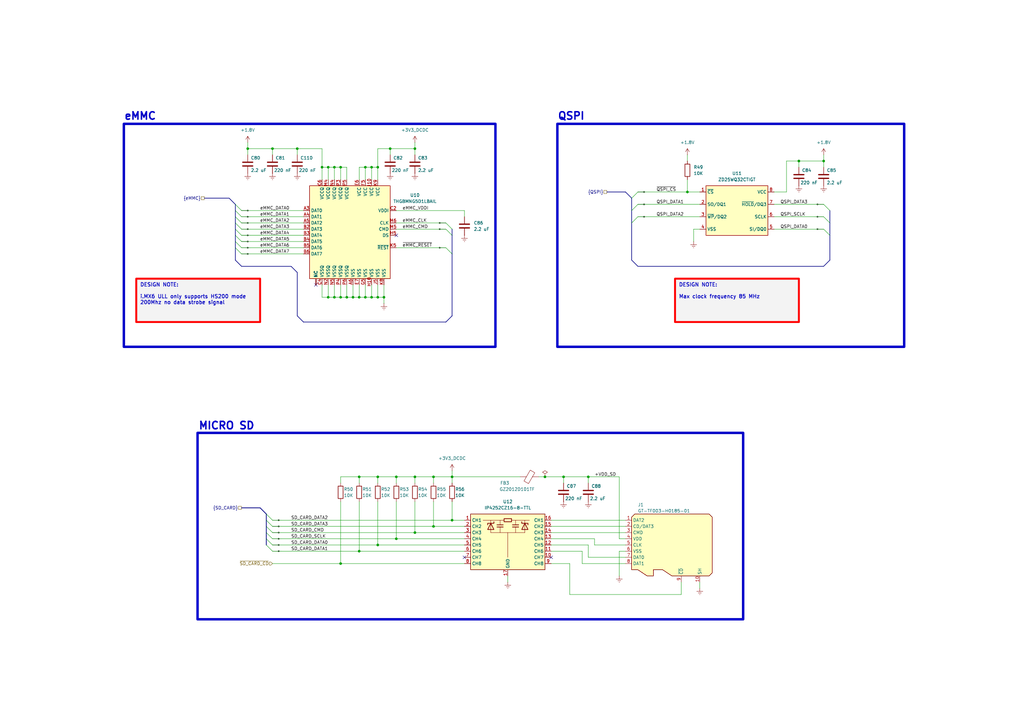
<source format=kicad_sch>
(kicad_sch (version 20250114) (generator "eeschema") (generator_version "9.0")
  (paper "A3")
  (title_block (title "i.MX6 Demo Board") (date "2026-02-16") (rev "01") (company "ts-manuel"))
  (rectangle (start 50.8 50.8) (end 203.2 142.24) (stroke (width 1)))
  (rectangle (start 228.6 50.8) (end 370.84 142.24) (stroke (width 1)))
  (rectangle (start 81.026 177.546) (end 304.8 254) (stroke (width 1)))
  (text "QSPI" (at 228.6 49.53 0) (effects (font (size 3.048 3.048) (bold yes)) (justify left bottom)))
  (text "eMMC" (at 50.8 49.53 0) (effects (font (size 3.048 3.048) (bold yes)) (justify left bottom)))
  (text "MICRO SD" (at 81.28 176.53 0) (effects (font (size 3.048 3.048) (bold yes)) (justify left bottom)))
  (text_box "DESIGN NOTE: \n\ni.MX6 ULL only supports HS200 mode\n200Mhz no data strobe signal" (at 55.88 114.3 0) (size 50.8 17.78) (margins 1.525 1.525 1.525 1.525) (stroke (width 0.8) (color 255 0 0 1)) (fill (type color) (color 243 243 243 1)) (effects (font (size 1.5 1.5) (thickness 0.254) (bold yes)) (justify left top)))
  (text_box "DESIGN NOTE: \n\nMax clock frequency 85 MHz" (at 276.86 114.3 0) (size 50.8 17.78) (margins 1.525 1.525 1.525 1.525) (stroke (width 0.8) (color 255 0 0 1)) (fill (type color) (color 243 243 243 1)) (effects (font (size 1.5 1.5) (thickness 0.254) (bold yes)) (justify left top)))
  (junction (at 154.94 223.52))
  (junction (at 170.18 195.58))
  (junction (at 281.94 78.74))
  (junction (at 223.52 195.58))
  (junction (at 337.82 66.04))
  (junction (at 111.76 60.96))
  (junction (at 185.42 213.36))
  (junction (at 121.92 60.96))
  (junction (at 134.62 121.92))
  (junction (at 152.4 68.58))
  (junction (at 177.8 195.58))
  (junction (at 157.48 121.92))
  (junction (at 142.24 121.92))
  (junction (at 147.32 195.58))
  (junction (at 139.7 121.92))
  (junction (at 154.94 68.58))
  (junction (at 170.18 218.44))
  (junction (at 162.56 220.98))
  (junction (at 147.32 226.06))
  (junction (at 170.18 60.96))
  (junction (at 160.02 60.96))
  (junction (at 144.78 121.92))
  (junction (at 154.94 121.92))
  (junction (at 149.86 121.92))
  (junction (at 152.4 121.92))
  (junction (at 149.86 68.58))
  (junction (at 139.7 231.14))
  (junction (at 139.7 68.58))
  (junction (at 137.16 68.58))
  (junction (at 132.08 68.58))
  (junction (at 137.16 121.92))
  (junction (at 134.62 68.58))
  (junction (at 327.66 66.04))
  (junction (at 101.6 60.96))
  (junction (at 162.56 195.58))
  (junction (at 241.3 195.58))
  (junction (at 177.8 215.9))
  (junction (at 154.94 195.58))
  (junction (at 147.32 121.92))
  (junction (at 231.14 195.58))
  (junction (at 185.42 195.58))
  (no_connect (at 226.06 228.6))
  (no_connect (at 190.5 228.6))
  (no_connect (at 162.56 96.52))
  (no_connect (at 129.54 116.84))
  (bus_entry (at 96.52 93.98) (size 2.54 2.54))
  (bus_entry (at 109.22 223.52) (size 2.54 2.54))
  (bus_entry (at 337.82 93.98) (size 2.54 2.54))
  (bus_entry (at 96.52 99.06) (size 2.54 2.54))
  (bus_entry (at 259.08 81.28) (size 2.54 -2.54))
  (bus_entry (at 109.22 210.82) (size 2.54 2.54))
  (bus_entry (at 337.82 83.82) (size 2.54 2.54))
  (bus_entry (at 182.88 91.44) (size 2.54 2.54))
  (bus_entry (at 337.82 88.9) (size 2.54 2.54))
  (bus_entry (at 96.52 101.6) (size 2.54 2.54))
  (bus_entry (at 259.08 91.44) (size 2.54 -2.54))
  (bus_entry (at 96.52 86.36) (size 2.54 2.54))
  (bus_entry (at 109.22 213.36) (size 2.54 2.54))
  (bus_entry (at 96.52 96.52) (size 2.54 2.54))
  (bus_entry (at 109.22 218.44) (size 2.54 2.54))
  (bus_entry (at 182.88 93.98) (size 2.54 2.54))
  (bus_entry (at 96.52 83.82) (size 2.54 2.54))
  (bus_entry (at 259.08 86.36) (size 2.54 -2.54))
  (bus_entry (at 182.88 101.6) (size 2.54 2.54))
  (bus_entry (at 96.52 91.44) (size 2.54 2.54))
  (bus_entry (at 109.22 215.9) (size 2.54 2.54))
  (bus_entry (at 96.52 88.9) (size 2.54 2.54))
  (bus_entry (at 109.22 220.98) (size 2.54 2.54))
  (wire (pts (xy 142.24 73.66) (xy 142.24 68.58)))
  (wire (pts (xy 154.94 198.12) (xy 154.94 195.58)))
  (wire (pts (xy 231.14 195.58) (xy 231.14 198.12)))
  (wire (pts (xy 317.5 83.82) (xy 337.82 83.82)))
  (wire (pts (xy 152.4 68.58) (xy 152.4 73.66)))
  (wire (pts (xy 162.56 86.36) (xy 190.5 86.36)))
  (wire (pts (xy 157.48 124.46) (xy 157.48 121.92)))
  (bus (pts (xy 96.52 86.36) (xy 96.52 88.9)) (stroke (width 0.254)))
  (wire (pts (xy 149.86 121.92) (xy 149.86 116.84)))
  (wire (pts (xy 261.62 78.74) (xy 281.94 78.74)))
  (bus (pts (xy 185.42 129.54) (xy 185.42 104.14)) (stroke (width 0.254)))
  (wire (pts (xy 124.46 91.44) (xy 99.06 91.44)))
  (wire (pts (xy 170.18 60.96) (xy 160.02 60.96)))
  (wire (pts (xy 132.08 68.58) (xy 132.08 73.66)))
  (bus (pts (xy 96.52 83.82) (xy 93.98 81.28)) (stroke (width 0.254)))
  (wire (pts (xy 238.76 226.06) (xy 226.06 226.06)))
  (wire (pts (xy 170.18 198.12) (xy 170.18 195.58)))
  (wire (pts (xy 190.5 223.52) (xy 154.94 223.52)))
  (wire (pts (xy 139.7 68.58) (xy 137.16 68.58)))
  (wire (pts (xy 139.7 231.14) (xy 139.7 205.74)))
  (wire (pts (xy 190.5 218.44) (xy 170.18 218.44)))
  (wire (pts (xy 317.5 88.9) (xy 337.82 88.9)))
  (wire (pts (xy 177.8 195.58) (xy 170.18 195.58)))
  (bus (pts (xy 182.88 132.08) (xy 185.42 129.54)) (stroke (width 0.254)))
  (wire (pts (xy 142.24 121.92) (xy 139.7 121.92)))
  (wire (pts (xy 256.54 213.36) (xy 226.06 213.36)))
  (wire (pts (xy 124.46 86.36) (xy 99.06 86.36)))
  (wire (pts (xy 154.94 116.84) (xy 154.94 121.92)))
  (wire (pts (xy 233.68 243.84) (xy 233.68 231.14)))
  (wire (pts (xy 190.5 215.9) (xy 177.8 215.9)))
  (wire (pts (xy 101.6 58.42) (xy 101.6 60.96)))
  (wire (pts (xy 162.56 195.58) (xy 154.94 195.58)))
  (wire (pts (xy 279.4 238.76) (xy 279.4 243.84)))
  (wire (pts (xy 147.32 68.58) (xy 149.86 68.58)))
  (bus (pts (xy 96.52 88.9) (xy 96.52 91.44)) (stroke (width 0.254)))
  (bus (pts (xy 259.08 86.36) (xy 259.08 91.44)) (stroke (width 0.254)))
  (bus (pts (xy 109.22 213.36) (xy 109.22 215.9)))
  (wire (pts (xy 162.56 220.98) (xy 111.76 220.98)))
  (wire (pts (xy 327.66 66.04) (xy 327.66 68.58)))
  (wire (pts (xy 147.32 121.92) (xy 144.78 121.92)))
  (wire (pts (xy 256.54 223.52) (xy 243.84 223.52)))
  (wire (pts (xy 139.7 68.58) (xy 139.7 73.66)))
  (wire (pts (xy 139.7 195.58) (xy 139.7 198.12)))
  (wire (pts (xy 134.62 121.92) (xy 134.62 116.84)))
  (wire (pts (xy 132.08 60.96) (xy 132.08 68.58)))
  (wire (pts (xy 256.54 220.98) (xy 254 220.98)))
  (wire (pts (xy 124.46 93.98) (xy 99.06 93.98)))
  (wire (pts (xy 261.62 83.82) (xy 287.02 83.82)))
  (wire (pts (xy 149.86 121.92) (xy 147.32 121.92)))
  (wire (pts (xy 154.94 121.92) (xy 152.4 121.92)))
  (bus (pts (xy 261.62 109.22) (xy 337.82 109.22)) (stroke (width 0.254)))
  (wire (pts (xy 190.5 231.14) (xy 139.7 231.14)))
  (wire (pts (xy 147.32 226.06) (xy 147.32 205.74)))
  (bus (pts (xy 96.52 101.6) (xy 96.52 106.68)) (stroke (width 0.254)))
  (wire (pts (xy 137.16 68.58) (xy 137.16 73.66)))
  (wire (pts (xy 139.7 121.92) (xy 137.16 121.92)))
  (wire (pts (xy 190.5 220.98) (xy 162.56 220.98)))
  (wire (pts (xy 154.94 223.52) (xy 111.76 223.52)))
  (wire (pts (xy 241.3 195.58) (xy 241.3 198.12)))
  (bus (pts (xy 121.92 111.76) (xy 121.92 129.54)) (stroke (width 0.254)))
  (wire (pts (xy 317.5 78.74) (xy 322.58 78.74)))
  (wire (pts (xy 160.02 60.96) (xy 154.94 60.96)))
  (bus (pts (xy 109.22 215.9) (xy 109.22 218.44)))
  (wire (pts (xy 121.92 60.96) (xy 132.08 60.96)))
  (bus (pts (xy 259.08 81.28) (xy 256.54 78.74)) (stroke (width 0.254)))
  (wire (pts (xy 223.52 195.58) (xy 231.14 195.58)))
  (wire (pts (xy 137.16 116.84) (xy 137.16 121.92)))
  (bus (pts (xy 96.52 93.98) (xy 96.52 96.52)) (stroke (width 0.254)))
  (wire (pts (xy 185.42 195.58) (xy 213.36 195.58)))
  (bus (pts (xy 109.22 220.98) (xy 109.22 223.52)))
  (wire (pts (xy 170.18 60.96) (xy 170.18 63.5)))
  (wire (pts (xy 256.54 231.14) (xy 238.76 231.14)))
  (bus (pts (xy 99.06 208.28) (xy 106.68 208.28)))
  (wire (pts (xy 185.42 195.58) (xy 185.42 198.12)))
  (wire (pts (xy 152.4 116.84) (xy 152.4 121.92)))
  (bus (pts (xy 109.22 218.44) (xy 109.22 220.98)))
  (wire (pts (xy 101.6 60.96) (xy 111.76 60.96)))
  (bus (pts (xy 185.42 96.52) (xy 185.42 104.14)) (stroke (width 0.254)))
  (wire (pts (xy 322.58 78.74) (xy 322.58 66.04)))
  (wire (pts (xy 284.48 93.98) (xy 287.02 93.98)))
  (wire (pts (xy 144.78 121.92) (xy 144.78 116.84)))
  (wire (pts (xy 162.56 198.12) (xy 162.56 195.58)))
  (bus (pts (xy 124.46 132.08) (xy 182.88 132.08)) (stroke (width 0.254)))
  (wire (pts (xy 160.02 60.96) (xy 160.02 63.5)))
  (wire (pts (xy 208.28 238.76) (xy 208.28 236.22)))
  (bus (pts (xy 96.52 106.68) (xy 99.06 109.22)) (stroke (width 0.254)))
  (wire (pts (xy 134.62 68.58) (xy 132.08 68.58)))
  (wire (pts (xy 134.62 68.58) (xy 134.62 73.66)))
  (wire (pts (xy 337.82 66.04) (xy 327.66 66.04)))
  (wire (pts (xy 284.48 99.06) (xy 284.48 93.98)))
  (bus (pts (xy 340.36 96.52) (xy 340.36 106.68)) (stroke (width 0.254)))
  (wire (pts (xy 190.5 86.36) (xy 190.5 88.9)))
  (wire (pts (xy 281.94 66.04) (xy 281.94 63.5)))
  (wire (pts (xy 149.86 68.58) (xy 149.86 73.66)))
  (wire (pts (xy 147.32 73.66) (xy 147.32 68.58)))
  (wire (pts (xy 327.66 66.04) (xy 322.58 66.04)))
  (wire (pts (xy 170.18 58.42) (xy 170.18 60.96)))
  (wire (pts (xy 134.62 121.92) (xy 132.08 121.92)))
  (wire (pts (xy 132.08 121.92) (xy 132.08 116.84)))
  (bus (pts (xy 340.36 86.36) (xy 340.36 91.44)) (stroke (width 0.254)))
  (wire (pts (xy 124.46 104.14) (xy 99.06 104.14)))
  (wire (pts (xy 154.94 195.58) (xy 147.32 195.58)))
  (bus (pts (xy 83.82 81.28) (xy 93.98 81.28)) (stroke (width 0.254)))
  (wire (pts (xy 124.46 88.9) (xy 99.06 88.9)))
  (wire (pts (xy 256.54 218.44) (xy 226.06 218.44)))
  (wire (pts (xy 190.5 226.06) (xy 147.32 226.06)))
  (wire (pts (xy 147.32 116.84) (xy 147.32 121.92)))
  (wire (pts (xy 190.5 213.36) (xy 185.42 213.36)))
  (wire (pts (xy 170.18 195.58) (xy 162.56 195.58)))
  (bus (pts (xy 337.82 109.22) (xy 340.36 106.68)) (stroke (width 0.254)))
  (bus (pts (xy 96.52 96.52) (xy 96.52 99.06)) (stroke (width 0.254)))
  (wire (pts (xy 243.84 220.98) (xy 226.06 220.98)))
  (wire (pts (xy 147.32 198.12) (xy 147.32 195.58)))
  (wire (pts (xy 241.3 223.52) (xy 226.06 223.52)))
  (wire (pts (xy 337.82 66.04) (xy 337.82 63.5)))
  (wire (pts (xy 162.56 220.98) (xy 162.56 205.74)))
  (wire (pts (xy 177.8 198.12) (xy 177.8 195.58)))
  (wire (pts (xy 162.56 91.44) (xy 182.88 91.44)))
  (bus (pts (xy 259.08 106.68) (xy 261.62 109.22)) (stroke (width 0.254)))
  (bus (pts (xy 99.06 109.22) (xy 119.38 109.22)) (stroke (width 0.254)))
  (wire (pts (xy 162.56 93.98) (xy 182.88 93.98)))
  (wire (pts (xy 254 226.06) (xy 256.54 226.06)))
  (bus (pts (xy 248.92 78.74) (xy 256.54 78.74)) (stroke (width 0.254)))
  (wire (pts (xy 177.8 215.9) (xy 177.8 205.74)))
  (wire (pts (xy 254 220.98) (xy 254 195.58)))
  (wire (pts (xy 170.18 218.44) (xy 170.18 205.74)))
  (wire (pts (xy 279.4 243.84) (xy 233.68 243.84)))
  (wire (pts (xy 226.06 215.9) (xy 256.54 215.9)))
  (bus (pts (xy 185.42 96.52) (xy 185.42 93.98)) (stroke (width 0.254)))
  (wire (pts (xy 185.42 213.36) (xy 111.76 213.36)))
  (wire (pts (xy 177.8 215.9) (xy 111.76 215.9)))
  (wire (pts (xy 157.48 121.92) (xy 154.94 121.92)))
  (bus (pts (xy 121.92 129.54) (xy 124.46 132.08)) (stroke (width 0.254)))
  (wire (pts (xy 111.76 60.96) (xy 111.76 63.5)))
  (wire (pts (xy 231.14 195.58) (xy 241.3 195.58)))
  (wire (pts (xy 170.18 218.44) (xy 111.76 218.44)))
  (wire (pts (xy 142.24 116.84) (xy 142.24 121.92)))
  (wire (pts (xy 233.68 231.14) (xy 226.06 231.14)))
  (bus (pts (xy 119.38 109.22) (xy 121.92 111.76)) (stroke (width 0.254)))
  (wire (pts (xy 185.42 195.58) (xy 177.8 195.58)))
  (wire (pts (xy 154.94 60.96) (xy 154.94 68.58)))
  (wire (pts (xy 137.16 68.58) (xy 134.62 68.58)))
  (wire (pts (xy 154.94 223.52) (xy 154.94 205.74)))
  (wire (pts (xy 124.46 96.52) (xy 99.06 96.52)))
  (bus (pts (xy 259.08 91.44) (xy 259.08 106.68)) (stroke (width 0.254)))
  (wire (pts (xy 139.7 231.14) (xy 111.76 231.14)))
  (wire (pts (xy 238.76 231.14) (xy 238.76 226.06)))
  (bus (pts (xy 96.52 83.82) (xy 96.52 86.36)) (stroke (width 0.254)))
  (wire (pts (xy 185.42 213.36) (xy 185.42 205.74)))
  (bus (pts (xy 96.52 99.06) (xy 96.52 101.6)) (stroke (width 0.254)))
  (wire (pts (xy 241.3 228.6) (xy 241.3 223.52)))
  (wire (pts (xy 154.94 68.58) (xy 154.94 73.66)))
  (wire (pts (xy 256.54 228.6) (xy 241.3 228.6)))
  (wire (pts (xy 147.32 226.06) (xy 111.76 226.06)))
  (wire (pts (xy 124.46 101.6) (xy 99.06 101.6)))
  (wire (pts (xy 101.6 63.5) (xy 101.6 60.96)))
  (wire (pts (xy 124.46 99.06) (xy 99.06 99.06)))
  (wire (pts (xy 139.7 121.92) (xy 139.7 116.84)))
  (wire (pts (xy 243.84 223.52) (xy 243.84 220.98)))
  (bus (pts (xy 96.52 91.44) (xy 96.52 93.98)) (stroke (width 0.254)))
  (bus (pts (xy 109.22 210.82) (xy 109.22 213.36)))
  (wire (pts (xy 144.78 121.92) (xy 142.24 121.92)))
  (wire (pts (xy 147.32 195.58) (xy 139.7 195.58)))
  (bus (pts (xy 259.08 81.28) (xy 259.08 86.36)) (stroke (width 0.254)))
  (wire (pts (xy 317.5 93.98) (xy 337.82 93.98)))
  (wire (pts (xy 152.4 68.58) (xy 154.94 68.58)))
  (bus (pts (xy 109.22 210.82) (xy 106.68 208.28)))
  (wire (pts (xy 241.3 195.58) (xy 254 195.58)))
  (wire (pts (xy 220.98 195.58) (xy 223.52 195.58)))
  (wire (pts (xy 137.16 121.92) (xy 134.62 121.92)))
  (wire (pts (xy 142.24 68.58) (xy 139.7 68.58)))
  (wire (pts (xy 281.94 73.66) (xy 281.94 78.74)))
  (bus (pts (xy 340.36 91.44) (xy 340.36 96.52)) (stroke (width 0.254)))
  (wire (pts (xy 287.02 78.74) (xy 281.94 78.74)))
  (wire (pts (xy 157.48 121.92) (xy 157.48 116.84)))
  (wire (pts (xy 287.02 241.3) (xy 287.02 238.76)))
  (wire (pts (xy 152.4 121.92) (xy 149.86 121.92)))
  (wire (pts (xy 185.42 193.04) (xy 185.42 195.58)))
  (wire (pts (xy 254 236.22) (xy 254 226.06)))
  (wire (pts (xy 149.86 68.58) (xy 152.4 68.58)))
  (wire (pts (xy 121.92 60.96) (xy 121.92 63.5)))
  (wire (pts (xy 111.76 60.96) (xy 121.92 60.96)))
  (wire (pts (xy 162.56 101.6) (xy 182.88 101.6)))
  (wire (pts (xy 261.62 88.9) (xy 287.02 88.9)))
  (wire (pts (xy 337.82 66.04) (xy 337.82 68.58)))
  (label "QSPI_DATA3" (at 320.04 83.82 0))
  (label "SD_CARD_DATA3" (at 119.38 215.9 0))
  (label "~{eMMC_RESET}" (at 165.1 101.6 0))
  (label "eMMC_CLK" (at 165.1 91.44 0))
  (label "eMMC_DATA6" (at 106.68 101.6 0))
  (label "~{QSPI_CS}" (at 269.24 78.74 0))
  (label "eMMC_DATA0" (at 106.68 86.36 0))
  (label "SD_CARD_DATA0" (at 119.38 223.52 0))
  (label "QSPI_DATA2" (at 269.24 88.9 0))
  (label "QSPI_DATA0" (at 320.04 93.98 0))
  (label "eMMC_DATA3" (at 106.68 93.98 0))
  (label "eMMC_DATA7" (at 106.68 104.14 0))
  (label "SD_CARD_SCLK" (at 119.38 220.98 0))
  (label "+VDD_SD" (at 243.84 195.58 0))
  (label "SD_CARD_CMD" (at 119.38 218.44 0))
  (label "eMMC_DATA1" (at 106.68 88.9 0))
  (label "eMMC_DATA2" (at 106.68 91.44 0))
  (label "SD_CARD_DATA1" (at 119.38 226.06 0))
  (label "QSPI_DATA1" (at 269.24 83.82 0))
  (label "QSPI_SCLK" (at 320.04 88.9 0))
  (label "SD_CARD_DATA2" (at 119.38 213.36 0))
  (label "eMMC_VDDI" (at 165.1 86.36 0))
  (label "eMMC_DATA4" (at 106.68 96.52 0))
  (label "eMMC_CMD" (at 165.1 93.98 0))
  (label "eMMC_DATA5" (at 106.68 99.06 0))
  (hierarchical_label "{eMMC}" (shape passive) (at 83.82 81.28 180))
  (hierarchical_label "{QSPI}" (shape passive) (at 248.92 78.74 180))
  (hierarchical_label "~{SD_CARD_CD}" (shape input) (at 111.76 231.14 180))
  (hierarchical_label "{SD_CARD}" (shape passive) (at 99.06 208.28 180))
  (netclass_flag "" (length 2.54) (shape dot) (at 337.82 83.82 90) (property "Netclass" "QSPI" (effects (hide yes))))
  (netclass_flag "" (length 2.54) (shape dot) (at 111.76 226.06 270) (property "Netclass" "SD_CARD" (effects (hide yes))))
  (netclass_flag "" (length 2.54) (shape dot) (at 182.88 91.44 90) (property "Netclass" "eMMC" (effects (hide yes))))
  (netclass_flag "" (length 2.54) (shape dot) (at 111.76 223.52 270) (property "Netclass" "SD_CARD" (effects (hide yes))))
  (netclass_flag "" (length 2.54) (shape dot) (at 111.76 220.98 270) (property "Netclass" "SD_CARD" (effects (hide yes))))
  (netclass_flag "" (length 2.54) (shape dot) (at 99.06 88.9 270) (property "Netclass" "eMMC" (effects (hide yes))))
  (netclass_flag "" (length 2.54) (shape dot) (at 99.06 101.6 270) (property "Netclass" "eMMC" (effects (hide yes))))
  (netclass_flag "" (length 2.54) (shape dot) (at 111.76 215.9 270) (property "Netclass" "SD_CARD" (effects (hide yes))))
  (netclass_flag "" (length 2.54) (shape dot) (at 111.76 218.44 270) (property "Netclass" "SD_CARD" (effects (hide yes))))
  (netclass_flag "" (length 2.54) (shape dot) (at 261.62 88.9 270) (property "Netclass" "QSPI" (effects (hide yes))))
  (netclass_flag "" (length 2.54) (shape dot) (at 99.06 96.52 270) (property "Netclass" "eMMC" (effects (hide yes))))
  (netclass_flag "" (length 2.54) (shape dot) (at 99.06 93.98 270) (property "Netclass" "eMMC" (effects (hide yes))))
  (netclass_flag "" (length 2.54) (shape dot) (at 99.06 104.14 270) (property "Netclass" "eMMC" (effects (hide yes))))
  (netclass_flag "" (length 2.54) (shape dot) (at 99.06 99.06 270) (property "Netclass" "eMMC" (effects (hide yes))))
  (netclass_flag "" (length 2.54) (shape dot) (at 182.88 101.6 90) (property "Netclass" "eMMC" (effects (hide yes))))
  (netclass_flag "" (length 2.54) (shape dot) (at 182.88 93.98 90) (property "Netclass" "eMMC" (effects (hide yes))))
  (netclass_flag "" (length 2.54) (shape dot) (at 261.62 78.74 270) (property "Netclass" "QSPI" (effects (hide yes))))
  (netclass_flag "" (length 2.54) (shape dot) (at 261.62 83.82 270) (property "Netclass" "QSPI" (effects (hide yes))))
  (netclass_flag "" (length 2.54) (shape dot) (at 99.06 91.44 270) (property "Netclass" "eMMC" (effects (hide yes))))
  (netclass_flag "" (length 2.54) (shape dot) (at 99.06 86.36 270) (property "Netclass" "eMMC" (effects (hide yes))))
  (netclass_flag "" (length 2.54) (shape dot) (at 337.82 88.9 90) (property "Netclass" "QSPI" (effects (hide yes))))
  (netclass_flag "" (length 2.54) (shape dot) (at 337.82 93.98 90) (property "Netclass" "QSPI" (effects (hide yes))))
  (netclass_flag "" (length 2.54) (shape dot) (at 111.76 213.36 270) (property "Netclass" "SD_CARD" (effects (hide yes))))
  (symbol (lib_id "-- database:Integrated/INT-THGBMNG5D1LBAIL") (at 127 76.2 0) (unit 1)
    (property "Reference" "U10" (at 170.18 80.0414 0))
    (property "Value" "THGBMNG5D1LBAIL" (at 170.18 82.5814 0))
    (property "Footprint" "ts_Integrated:BGA-153_13.0x11.5mm_Ball0.30mm_Pad0.25mm" (effects (hide yes)))
    (property "Datasheet" "https://wmsc.lcsc.com/wmsc/upload/file/pdf/v2/lcsc/1912111437_KIOXIA-THGBMNG5D1LBAIL_C391255.pdf" (effects (hide yes)))
    (property "Description" "BGA153 - eMMC Flash Memory 4GB" (effects (hide yes)))
    (property "LCSC" "C391255" (effects (hide yes)))
    (property "Mouser" "757-THGBMNG5D1LBAIL" (effects (hide yes)))
    (property "Manufacturer" "Kioxia" (effects (hide yes)))
    (property "MPN" "THGBMNG5D1LBAIL" (effects (hide yes)))
    (property "Stock" "0" (effects (hide yes)))
  )
  (symbol (lib_id "power:GNDREF") (at 160.02 71.12 0) (unit 1)
    (property "Reference" "#PWR0137" (effects (hide yes)))
    (property "Value" "GNDREF" (effects (hide yes)))
    (property "Description" "Power symbol creates a global label with name \"GNDREF\" , reference supply ground" (effects (hide yes)))
  )
  (symbol (lib_id "power:GNDREF") (at 111.76 71.12 0) (unit 1)
    (property "Reference" "#PWR0136" (effects (hide yes)))
    (property "Value" "GNDREF" (effects (hide yes)))
    (property "Description" "Power symbol creates a global label with name \"GNDREF\" , reference supply ground" (effects (hide yes)))
  )
  (symbol (lib_id "-- database:Capacitors/CAP_0402-220n-16V-X7R-10%") (at 231.14 201.93 0) (unit 1)
    (property "Reference" "C87" (at 232.41 199.39 0) (effects (justify left)))
    (property "Value" "220 nF" (at 231.775 204.47 0) (effects (justify left)))
    (property "Footprint" "ts_Passives:CAP-0402" (effects (hide yes)))
    (property "Description" "MLCC - SMD 0402 220nF 16V X7R 10%" (effects (hide yes)))
    (property "Voltage" "16 V" (effects (hide yes)))
    (property "Dielectric" "X7R" (effects (hide yes)))
    (property "Tollerance" "10 %" (effects (hide yes)))
    (property "Manufacturer" "Generic" (effects (hide yes)))
    (property "Mouser" "187-CL21A225KBQNNNE" (effects (hide yes)))
    (property "LCSC" "C192432" (effects (hide yes)))
    (property "Stock" "0" (effects (hide yes)))
  )
  (symbol (lib_id "-- database:Capacitors/CAP_0603-2.2u-16V-X5R-10%") (at 241.3 201.93 0) (unit 1)
    (property "Reference" "C88" (at 242.57 199.39 0) (effects (justify left)))
    (property "Value" "2.2 uF" (at 241.935 204.47 0) (effects (justify left)))
    (property "Footprint" "ts_Passives:CAP-0603" (effects (hide yes)))
    (property "Description" "MLCC - SMD 0603 2.2uF 16V X5R 10%" (effects (hide yes)))
    (property "Voltage" "16 V" (effects (hide yes)))
    (property "Dielectric" "X5R" (effects (hide yes)))
    (property "Tollerance" "10 %" (effects (hide yes)))
    (property "Manufacturer" "Generic" (effects (hide yes)))
    (property "LCSC" "C23630" (effects (hide yes)))
    (property "Stock" "0" (effects (hide yes)))
  )
  (symbol (lib_id "-- database:Capacitors/CAP_0603-2.2u-16V-X5R-10%") (at 337.82 72.39 0) (unit 1)
    (property "Reference" "C85" (at 339.09 69.85 0) (effects (justify left)))
    (property "Value" "2.2 uF" (at 339.09 74.93 0) (effects (justify left)))
    (property "Footprint" "ts_Passives:CAP-0603" (effects (hide yes)))
    (property "Description" "MLCC - SMD 0603 2.2uF 16V X5R 10%" (effects (hide yes)))
    (property "Voltage" "16 V" (effects (hide yes)))
    (property "Dielectric" "X5R" (effects (hide yes)))
    (property "Tollerance" "10 %" (effects (hide yes)))
    (property "Manufacturer" "Generic" (effects (hide yes)))
    (property "Mouser" "187-CL21A225KBQNNNE" (effects (hide yes)))
    (property "LCSC" "C23630" (effects (hide yes)))
    (property "Stock" "0" (effects (hide yes)))
  )
  (symbol (lib_id "-- database:Resistors/RES-SMD-0402-10K-1/16W-1%") (at 139.7 201.93 180) (unit 1)
    (property "Reference" "R50" (at 140.97 200.66 0) (effects (justify right)))
    (property "Value" "10K" (at 140.97 203.2 0) (effects (justify right)))
    (property "Footprint" "ts_Passives:RES-0402" (effects (hide yes)))
    (property "Description" "Thick Film Resistor - SMD 0402 10K 1% 1/16W" (effects (hide yes)))
    (property "Tollerance" "1%" (effects (hide yes)))
    (property "Power" "1/16W" (effects (hide yes)))
    (property "Manufacturer" "Generic" (effects (hide yes)))
    (property "Mouser" "303-0402WGF1002TCE" (effects (hide yes)))
    (property "LCSC" "C25744" (effects (hide yes)))
    (property "Stock" "0" (effects (hide yes)))
  )
  (symbol (lib_id "-- database:Capacitors/CAP_0402-220n-16V-X7R-10%") (at 121.92 67.31 0) (unit 1)
    (property "Reference" "C110" (at 123.19 64.77 0) (effects (justify left)))
    (property "Value" "220 nF" (at 122.555 69.85 0) (effects (justify left)))
    (property "Footprint" "ts_Passives:CAP-0402" (effects (hide yes)))
    (property "Description" "MLCC - SMD 0402 220nF 16V X7R 10%" (effects (hide yes)))
    (property "Voltage" "16 V" (effects (hide yes)))
    (property "Dielectric" "X7R" (effects (hide yes)))
    (property "Tollerance" "10 %" (effects (hide yes)))
    (property "Manufacturer" "Generic" (effects (hide yes)))
    (property "LCSC" "C192432" (effects (hide yes)))
  )
  (symbol (lib_id "power:GNDREF") (at 284.48 99.06 0) (unit 1)
    (property "Reference" "#PWR0142" (effects (hide yes)))
    (property "Value" "GNDREF" (effects (hide yes)))
    (property "Description" "Power symbol creates a global label with name \"GNDREF\" , reference supply ground" (effects (hide yes)))
  )
  (symbol (lib_id "power:GNDREF") (at 101.6 71.12 0) (unit 1)
    (property "Reference" "#PWR0135" (effects (hide yes)))
    (property "Value" "GNDREF" (effects (hide yes)))
    (property "Description" "Power symbol creates a global label with name \"GNDREF\" , reference supply ground" (effects (hide yes)))
  )
  (symbol (lib_id "power:+9VA") (at 281.94 63.5 0) (unit 1)
    (property "Reference" "#PWR0133" (effects (hide yes)))
    (property "Value" "+1.8V" (at 281.94 58.42 0))
    (property "Description" "Power symbol creates a global label with name \"+9VA\"" (effects (hide yes)))
  )
  (symbol (lib_id "power:GNDREF") (at 190.5 96.52 0) (unit 1)
    (property "Reference" "#PWR0141" (effects (hide yes)))
    (property "Value" "GNDREF" (effects (hide yes)))
    (property "Description" "Power symbol creates a global label with name \"GNDREF\" , reference supply ground" (effects (hide yes)))
  )
  (symbol (lib_id "power:+9VA") (at 337.82 63.5 0) (unit 1)
    (property "Reference" "#PWR0134" (effects (hide yes)))
    (property "Value" "+1.8V" (at 337.82 58.42 0))
    (property "Description" "Power symbol creates a global label with name \"+9VA\"" (effects (hide yes)))
  )
  (symbol (lib_id "power:GNDREF") (at 170.18 71.12 0) (unit 1)
    (property "Reference" "#PWR0138" (effects (hide yes)))
    (property "Value" "GNDREF" (effects (hide yes)))
    (property "Description" "Power symbol creates a global label with name \"GNDREF\" , reference supply ground" (effects (hide yes)))
  )
  (symbol (lib_id "-- database:Resistors/RES-SMD-0402-10K-1/16W-1%") (at 147.32 201.93 180) (unit 1)
    (property "Reference" "R51" (at 148.59 200.66 0) (effects (justify right)))
    (property "Value" "10K" (at 148.59 203.2 0) (effects (justify right)))
    (property "Footprint" "ts_Passives:RES-0402" (effects (hide yes)))
    (property "Description" "Thick Film Resistor - SMD 0402 10K 1% 1/16W" (effects (hide yes)))
    (property "Tollerance" "1%" (effects (hide yes)))
    (property "Power" "1/16W" (effects (hide yes)))
    (property "Manufacturer" "Generic" (effects (hide yes)))
    (property "Mouser" "303-0402WGF1002TCE" (effects (hide yes)))
    (property "LCSC" "C25744" (effects (hide yes)))
    (property "Stock" "0" (effects (hide yes)))
  )
  (symbol (lib_id "-- database:Resistors/RES-SMD-0402-10K-1/16W-1%") (at 154.94 201.93 180) (unit 1)
    (property "Reference" "R52" (at 156.21 200.66 0) (effects (justify right)))
    (property "Value" "10K" (at 156.21 203.2 0) (effects (justify right)))
    (property "Footprint" "ts_Passives:RES-0402" (effects (hide yes)))
    (property "Description" "Thick Film Resistor - SMD 0402 10K 1% 1/16W" (effects (hide yes)))
    (property "Tollerance" "1%" (effects (hide yes)))
    (property "Power" "1/16W" (effects (hide yes)))
    (property "Manufacturer" "Generic" (effects (hide yes)))
    (property "Mouser" "303-0402WGF1002TCE" (effects (hide yes)))
    (property "LCSC" "C25744" (effects (hide yes)))
    (property "Stock" "0" (effects (hide yes)))
  )
  (symbol (lib_id "power:GNDREF") (at 327.66 76.2 0) (unit 1)
    (property "Reference" "#PWR0139" (effects (hide yes)))
    (property "Value" "GNDREF" (effects (hide yes)))
    (property "Description" "Power symbol creates a global label with name \"GNDREF\" , reference supply ground" (effects (hide yes)))
  )
  (symbol (lib_id "-- database:Resistors/RES-SMD-0402-10K-1/16W-1%") (at 281.94 69.85 0) (unit 1)
    (property "Reference" "R49" (at 284.48 68.5799 0) (effects (justify left)))
    (property "Value" "10K" (at 284.48 71.1199 0) (effects (justify left)))
    (property "Footprint" "ts_Passives:RES-0402" (effects (hide yes)))
    (property "Description" "Thick Film Resistor - SMD 0402 10K 1% 1/16W" (effects (hide yes)))
    (property "Tollerance" "1%" (effects (hide yes)))
    (property "Power" "1/16W" (effects (hide yes)))
    (property "Manufacturer" "Generic" (effects (hide yes)))
    (property "Mouser" "303-0402WGF1002TCE" (effects (hide yes)))
    (property "LCSC" "C25744" (effects (hide yes)))
    (property "Stock" "0" (effects (hide yes)))
  )
  (symbol (lib_id "power:GNDREF") (at 337.82 76.2 0) (unit 1)
    (property "Reference" "#PWR0140" (effects (hide yes)))
    (property "Value" "GNDREF" (effects (hide yes)))
    (property "Description" "Power symbol creates a global label with name \"GNDREF\" , reference supply ground" (effects (hide yes)))
  )
  (symbol (lib_id "db:Integrated/INT-ZD25WQ32CTIGT") (at 289.56 76.2 0) (unit 1)
    (property "Reference" "U11" (at 302.26 71.12 0))
    (property "Value" "ZD25WQ32CTIGT" (at 302.26 73.66 0))
    (property "Footprint" "Package_SO:SOP-8_3.9x4.9mm_P1.27mm" (effects (hide yes)))
    (property "Datasheet" "https://wmsc.lcsc.com/wmsc/upload/file/pdf/v2/lcsc/2211290930_Zetta-ZD25WQ32CTIGT_C5290169.pdf" (effects (hide yes)))
    (property "Description" "SOP8 - 32Mbit QSPI 104MHz NOR FLASH" (effects (hide yes)))
    (property "Manufacturer" "Zetta" (effects (hide yes)))
    (property "MPN" "ZD25WQ32CTIGT" (effects (hide yes)))
    (property "LCSC" "C5290169" (effects (hide yes)))
    (property "Stock" "0" (effects (hide yes)))
  )
  (symbol (lib_id "power:GNDREF") (at 157.48 124.46 0) (unit 1)
    (property "Reference" "#PWR0143" (effects (hide yes)))
    (property "Value" "GNDREF" (effects (hide yes)))
    (property "Description" "Power symbol creates a global label with name \"GNDREF\" , reference supply ground" (effects (hide yes)))
  )
  (symbol (lib_id "-- database:Capacitors/CAP_0603-2.2u-16V-X5R-10%") (at 190.5 92.71 0) (unit 1)
    (property "Reference" "C86" (at 194.31 91.4399 0) (effects (justify left)))
    (property "Value" "2.2 uF" (at 194.31 93.9799 0) (effects (justify left)))
    (property "Footprint" "ts_Passives:CAP-0603" (effects (hide yes)))
    (property "Description" "MLCC - SMD 0603 2.2uF 16V X5R 10%" (effects (hide yes)))
    (property "Voltage" "16 V" (effects (hide yes)))
    (property "Dielectric" "X5R" (effects (hide yes)))
    (property "Tollerance" "10 %" (effects (hide yes)))
    (property "Manufacturer" "Generic" (effects (hide yes)))
    (property "LCSC" "C23630" (effects (hide yes)))
    (property "Stock" "0" (effects (hide yes)))
  )
  (symbol (lib_id "power:+9VA") (at 101.6 58.42 0) (unit 1)
    (property "Reference" "#PWR0131" (effects (hide yes)))
    (property "Value" "+1.8V" (at 101.6 53.34 0))
    (property "Description" "Power symbol creates a global label with name \"+9VA\"" (effects (hide yes)))
  )
  (symbol (lib_id "-- database:Generic/FB_GZ2012D101TF") (at 217.17 195.58 90) (unit 1)
    (property "Reference" "FB3" (at 207.01 198.12 90))
    (property "Value" "GZ2012D101TF" (at 212.09 200.66 90))
    (property "Footprint" "ts_Passives:FB-0805" (effects (hide yes)))
    (property "Description" "Multilayer Chip Ferrite Bead SMD 0805 100Ohm @100MHz 500mA 150mOhm 25%" (effects (hide yes)))
    (property "Manufacturer" "Sunlord" (effects (hide yes)))
    (property "MPN" "GZ2012D101TF" (effects (hide yes)))
    (property "LCSC" "C1015" (effects (hide yes)))
  )
  (symbol (lib_id "-- database:Capacitors/CAP_0603-2.2u-16V-X5R-10%") (at 170.18 67.31 0) (unit 1)
    (property "Reference" "C83" (at 171.45 64.77 0) (effects (justify left)))
    (property "Value" "2.2 uF" (at 171.45 69.85 0) (effects (justify left)))
    (property "Footprint" "ts_Passives:CAP-0603" (effects (hide yes)))
    (property "Description" "MLCC - SMD 0603 2.2uF 16V X5R 10%" (effects (hide yes)))
    (property "Voltage" "16 V" (effects (hide yes)))
    (property "Dielectric" "X5R" (effects (hide yes)))
    (property "Tollerance" "10 %" (effects (hide yes)))
    (property "Manufacturer" "Generic" (effects (hide yes)))
    (property "Mouser" "187-CL21A225KBQNNNE" (effects (hide yes)))
    (property "LCSC" "C23630" (effects (hide yes)))
    (property "Stock" "0" (effects (hide yes)))
  )
  (symbol (lib_id "power:+9VA") (at 185.42 193.04 0) (unit 1)
    (property "Reference" "#PWR0144" (effects (hide yes)))
    (property "Value" "+3V3_DCDC" (at 185.42 187.96 0))
    (property "Description" "Power symbol creates a global label with name \"+9VA\"" (effects (hide yes)))
  )
  (symbol (lib_id "power:GNDREF") (at 208.28 238.76 0) (unit 1)
    (property "Reference" "#PWR0148" (effects (hide yes)))
    (property "Value" "GNDREF" (effects (hide yes)))
    (property "Description" "Power symbol creates a global label with name \"GNDREF\" , reference supply ground" (effects (hide yes)))
  )
  (symbol (lib_id "-- database:Resistors/RES-SMD-0402-10K-1/16W-1%") (at 162.56 201.93 180) (unit 1)
    (property "Reference" "R53" (at 163.83 200.66 0) (effects (justify right)))
    (property "Value" "10K" (at 163.83 203.2 0) (effects (justify right)))
    (property "Footprint" "ts_Passives:RES-0402" (effects (hide yes)))
    (property "Description" "Thick Film Resistor - SMD 0402 10K 1% 1/16W" (effects (hide yes)))
    (property "Tollerance" "1%" (effects (hide yes)))
    (property "Power" "1/16W" (effects (hide yes)))
    (property "Manufacturer" "Generic" (effects (hide yes)))
    (property "Mouser" "303-0402WGF1002TCE" (effects (hide yes)))
    (property "LCSC" "C25744" (effects (hide yes)))
    (property "Stock" "0" (effects (hide yes)))
  )
  (symbol (lib_id "power:GNDREF") (at 254 236.22 0) (unit 1)
    (property "Reference" "#PWR0147" (effects (hide yes)))
    (property "Value" "GNDREF" (effects (hide yes)))
    (property "Description" "Power symbol creates a global label with name \"GNDREF\" , reference supply ground" (effects (hide yes)))
  )
  (symbol (lib_id "-- database:Capacitors/CAP_0603-2.2u-16V-X5R-10%") (at 101.6 67.31 0) (unit 1)
    (property "Reference" "C80" (at 102.87 64.77 0) (effects (justify left)))
    (property "Value" "2.2 uF" (at 102.87 69.85 0) (effects (justify left)))
    (property "Footprint" "ts_Passives:CAP-0603" (effects (hide yes)))
    (property "Description" "MLCC - SMD 0603 2.2uF 16V X5R 10%" (effects (hide yes)))
    (property "Voltage" "16 V" (effects (hide yes)))
    (property "Dielectric" "X5R" (effects (hide yes)))
    (property "Tollerance" "10 %" (effects (hide yes)))
    (property "Manufacturer" "Generic" (effects (hide yes)))
    (property "Mouser" "187-CL21A225KBQNNNE" (effects (hide yes)))
    (property "LCSC" "C23630" (effects (hide yes)))
    (property "Stock" "0" (effects (hide yes)))
  )
  (symbol (lib_id "-- database:Mechanical/MicroSD_GT-TF003-H0185-01") (at 259.08 210.82 0) (unit 1)
    (property "Reference" "J1" (at 261.62 207.01 0) (effects (justify left)))
    (property "Value" "GT-TF003-H0185-01" (at 261.62 209.55 0) (effects (justify left)))
    (property "Footprint" "ts_Mechanical:MicroSD_G-Switch _GT-TF003-H0185-01" (effects (hide yes)))
    (property "Datasheet" "https://www.lcsc.com/datasheet/lcsc_datasheet_2306141351_G-Switch-GT-TF003-H0185-01_C5155563.pdf" (effects (hide yes)))
    (property "Description" "Connector SMD - Micro SD PUSH-PULL 1.90 mm Height" (effects (hide yes)))
    (property "LCSC" "C5155563" (effects (hide yes)))
    (property "Manufacturer" "G-Switch\nG-Switch" (effects (hide yes)))
    (property "MPN" "GT-TF003-H0185-01" (effects (hide yes)))
    (property "Stock" "0" (effects (hide yes)))
  )
  (symbol (lib_id "power:+9VA") (at 170.18 58.42 0) (unit 1)
    (property "Reference" "#PWR0132" (effects (hide yes)))
    (property "Value" "+3V3_DCDC" (at 170.18 53.34 0))
    (property "Description" "Power symbol creates a global label with name \"+9VA\"" (effects (hide yes)))
  )
  (symbol (lib_id "power:GNDREF") (at 241.3 205.74 0) (unit 1)
    (property "Reference" "#PWR0146" (effects (hide yes)))
    (property "Value" "GNDREF" (effects (hide yes)))
    (property "Description" "Power symbol creates a global label with name \"GNDREF\" , reference supply ground" (effects (hide yes)))
  )
  (symbol (lib_id "-- database:Resistors/RES-SMD-0402-10K-1/16W-1%") (at 170.18 201.93 180) (unit 1)
    (property "Reference" "R54" (at 171.45 200.66 0) (effects (justify right)))
    (property "Value" "10K" (at 171.45 203.2 0) (effects (justify right)))
    (property "Footprint" "ts_Passives:RES-0402" (effects (hide yes)))
    (property "Description" "Thick Film Resistor - SMD 0402 10K 1% 1/16W" (effects (hide yes)))
    (property "Tollerance" "1%" (effects (hide yes)))
    (property "Power" "1/16W" (effects (hide yes)))
    (property "Manufacturer" "Generic" (effects (hide yes)))
    (property "Mouser" "303-0402WGF1002TCE" (effects (hide yes)))
    (property "LCSC" "C25744" (effects (hide yes)))
    (property "Stock" "0" (effects (hide yes)))
  )
  (symbol (lib_id "-- database:Capacitors/CAP_0402-220n-16V-X7R-10%") (at 111.76 67.31 0) (unit 1)
    (property "Reference" "C81" (at 113.03 64.77 0) (effects (justify left)))
    (property "Value" "220 nF" (at 112.395 69.85 0) (effects (justify left)))
    (property "Footprint" "ts_Passives:CAP-0402" (effects (hide yes)))
    (property "Description" "MLCC - SMD 0402 220nF 16V X7R 10%" (effects (hide yes)))
    (property "Voltage" "16 V" (effects (hide yes)))
    (property "Dielectric" "X7R" (effects (hide yes)))
    (property "Tollerance" "10 %" (effects (hide yes)))
    (property "Manufacturer" "Generic" (effects (hide yes)))
    (property "LCSC" "C192432" (effects (hide yes)))
  )
  (symbol (lib_id "-- database:Capacitors/CAP_0402-220n-16V-X7R-10%") (at 327.66 72.39 0) (unit 1)
    (property "Reference" "C84" (at 328.93 69.85 0) (effects (justify left)))
    (property "Value" "220 nF" (at 328.295 74.93 0) (effects (justify left)))
    (property "Footprint" "ts_Passives:CAP-0402" (effects (hide yes)))
    (property "Description" "MLCC - SMD 0402 220nF 16V X7R 10%" (effects (hide yes)))
    (property "Voltage" "16 V" (effects (hide yes)))
    (property "Dielectric" "X7R" (effects (hide yes)))
    (property "Tollerance" "10 %" (effects (hide yes)))
    (property "Manufacturer" "Generic" (effects (hide yes)))
    (property "LCSC" "C192432" (effects (hide yes)))
  )
  (symbol (lib_id "-- database:Resistors/RES-SMD-0402-10K-1/16W-1%") (at 177.8 201.93 180) (unit 1)
    (property "Reference" "R55" (at 179.07 200.66 0) (effects (justify right)))
    (property "Value" "10K" (at 179.07 203.2 0) (effects (justify right)))
    (property "Footprint" "ts_Passives:RES-0402" (effects (hide yes)))
    (property "Description" "Thick Film Resistor - SMD 0402 10K 1% 1/16W" (effects (hide yes)))
    (property "Tollerance" "1%" (effects (hide yes)))
    (property "Power" "1/16W" (effects (hide yes)))
    (property "Manufacturer" "Generic" (effects (hide yes)))
    (property "Mouser" "303-0402WGF1002TCE" (effects (hide yes)))
    (property "LCSC" "C25744" (effects (hide yes)))
    (property "Stock" "0" (effects (hide yes)))
  )
  (symbol (lib_id "power:PWR_FLAG") (at 223.52 195.58 0) (unit 1)
    (property "Reference" "#FLG010" (effects (hide yes)))
    (property "Value" "PWR_FLAG" (effects (hide yes)))
    (property "Description" "Special symbol for telling ERC where power comes from" (effects (hide yes)))
  )
  (symbol (lib_id "power:GNDREF") (at 121.92 71.12 0) (unit 1)
    (property "Reference" "#PWR079" (effects (hide yes)))
    (property "Value" "GNDREF" (effects (hide yes)))
    (property "Description" "Power symbol creates a global label with name \"GNDREF\" , reference supply ground" (effects (hide yes)))
  )
  (symbol (lib_id "-- database:Integrated/INT-IP4252CZ16-8-TTL") (at 208.28 223.52 0) (unit 1)
    (property "Reference" "U12" (at 208.28 205.74 0))
    (property "Value" "IP4252CZ16-8-TTL" (at 208.28 208.28 0))
    (property "Footprint" "Package_SON:Nexperia_HUSON-16_USON-16-1EP_1.35x3.3mm_P0.4mm_EP0.4x2.8mm" (effects (hide yes)))
    (property "Datasheet" "https://assets.nexperia.com/documents/data-sheet/IP4251_52_53_54-TTL.pdf" (effects (hide yes)))
    (property "Description" "HUSON16 - Integrated 8-channel passive filter network with ESD protection" (effects (hide yes)))
    (property "LCSC" "C458218" (effects (hide yes)))
    (property "Mouser" "771-IP4252CZ168TTL1" (effects (hide yes)))
    (property "Manufacturer" "Nexperia" (effects (hide yes)))
    (property "MPN" "IP4252CZ16-8-TTL" (effects (hide yes)))
    (property "Stock" "0" (effects (hide yes)))
  )
  (symbol (lib_id "power:GNDREF") (at 231.14 205.74 0) (unit 1)
    (property "Reference" "#PWR0145" (effects (hide yes)))
    (property "Value" "GNDREF" (effects (hide yes)))
    (property "Description" "Power symbol creates a global label with name \"GNDREF\" , reference supply ground" (effects (hide yes)))
  )
  (symbol (lib_id "-- database:Capacitors/CAP_0402-220n-16V-X7R-10%") (at 160.02 67.31 0) (unit 1)
    (property "Reference" "C82" (at 161.29 64.77 0) (effects (justify left)))
    (property "Value" "220 nF" (at 160.655 69.85 0) (effects (justify left)))
    (property "Footprint" "ts_Passives:CAP-0402" (effects (hide yes)))
    (property "Description" "MLCC - SMD 0402 220nF 16V X7R 10%" (effects (hide yes)))
    (property "Voltage" "16 V" (effects (hide yes)))
    (property "Dielectric" "X7R" (effects (hide yes)))
    (property "Tollerance" "10 %" (effects (hide yes)))
    (property "Manufacturer" "Generic" (effects (hide yes)))
    (property "LCSC" "C192432" (effects (hide yes)))
  )
  (symbol (lib_id "-- database:Resistors/RES-SMD-0402-10K-1/16W-1%") (at 185.42 201.93 180) (unit 1)
    (property "Reference" "R56" (at 186.69 200.66 0) (effects (justify right)))
    (property "Value" "10K" (at 186.69 203.2 0) (effects (justify right)))
    (property "Footprint" "ts_Passives:RES-0402" (effects (hide yes)))
    (property "Description" "Thick Film Resistor - SMD 0402 10K 1% 1/16W" (effects (hide yes)))
    (property "Tollerance" "1%" (effects (hide yes)))
    (property "Power" "1/16W" (effects (hide yes)))
    (property "Manufacturer" "Generic" (effects (hide yes)))
    (property "Mouser" "303-0402WGF1002TCE" (effects (hide yes)))
    (property "LCSC" "C25744" (effects (hide yes)))
    (property "Stock" "0" (effects (hide yes)))
  )
  (symbol (lib_id "power:GNDREF") (at 287.02 241.3 0) (unit 1)
    (property "Reference" "#PWR0149" (effects (hide yes)))
    (property "Value" "GNDREF" (effects (hide yes)))
    (property "Description" "Power symbol creates a global label with name \"GNDREF\" , reference supply ground" (effects (hide yes)))
  )
)
</source>
